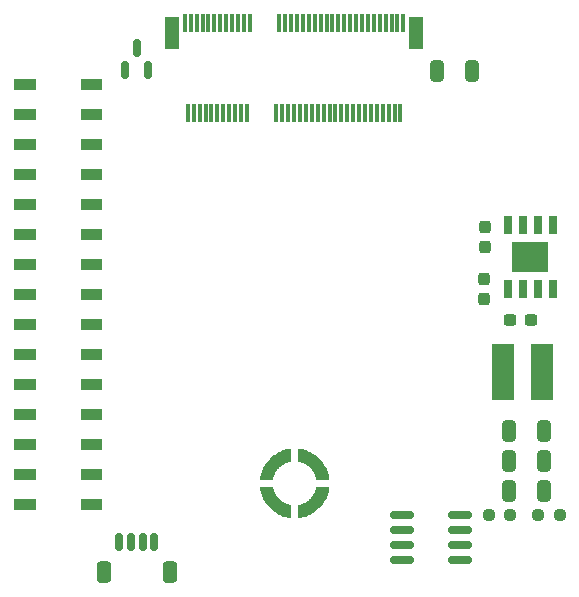
<source format=gbr>
%TF.GenerationSoftware,KiCad,Pcbnew,7.0.5-0*%
%TF.CreationDate,2023-07-13T17:44:08+01:00*%
%TF.ProjectId,M5-Notecard,4d352d4e-6f74-4656-9361-72642e6b6963,V01L04*%
%TF.SameCoordinates,Original*%
%TF.FileFunction,Paste,Top*%
%TF.FilePolarity,Positive*%
%FSLAX46Y46*%
G04 Gerber Fmt 4.6, Leading zero omitted, Abs format (unit mm)*
G04 Created by KiCad (PCBNEW 7.0.5-0) date 2023-07-13 17:44:08*
%MOMM*%
%LPD*%
G01*
G04 APERTURE LIST*
G04 Aperture macros list*
%AMRoundRect*
0 Rectangle with rounded corners*
0 $1 Rounding radius*
0 $2 $3 $4 $5 $6 $7 $8 $9 X,Y pos of 4 corners*
0 Add a 4 corners polygon primitive as box body*
4,1,4,$2,$3,$4,$5,$6,$7,$8,$9,$2,$3,0*
0 Add four circle primitives for the rounded corners*
1,1,$1+$1,$2,$3*
1,1,$1+$1,$4,$5*
1,1,$1+$1,$6,$7*
1,1,$1+$1,$8,$9*
0 Add four rect primitives between the rounded corners*
20,1,$1+$1,$2,$3,$4,$5,0*
20,1,$1+$1,$4,$5,$6,$7,0*
20,1,$1+$1,$6,$7,$8,$9,0*
20,1,$1+$1,$8,$9,$2,$3,0*%
G04 Aperture macros list end*
%ADD10C,0.100000*%
%ADD11C,0.010000*%
%ADD12RoundRect,0.237500X-0.300000X-0.237500X0.300000X-0.237500X0.300000X0.237500X-0.300000X0.237500X0*%
%ADD13RoundRect,0.150000X0.150000X0.625000X-0.150000X0.625000X-0.150000X-0.625000X0.150000X-0.625000X0*%
%ADD14RoundRect,0.250000X0.350000X0.650000X-0.350000X0.650000X-0.350000X-0.650000X0.350000X-0.650000X0*%
%ADD15RoundRect,0.250000X-0.325000X-0.650000X0.325000X-0.650000X0.325000X0.650000X-0.325000X0.650000X0*%
%ADD16RoundRect,0.237500X-0.250000X-0.237500X0.250000X-0.237500X0.250000X0.237500X-0.250000X0.237500X0*%
%ADD17RoundRect,0.237500X-0.237500X0.300000X-0.237500X-0.300000X0.237500X-0.300000X0.237500X0.300000X0*%
%ADD18RoundRect,0.237500X0.237500X-0.300000X0.237500X0.300000X-0.237500X0.300000X-0.237500X-0.300000X0*%
%ADD19R,0.300000X1.550000*%
%ADD20R,1.200000X2.750000*%
%ADD21R,1.850000X4.700000*%
%ADD22R,0.650000X1.525000*%
%ADD23R,3.100000X2.600000*%
%ADD24RoundRect,0.150000X-0.825000X-0.150000X0.825000X-0.150000X0.825000X0.150000X-0.825000X0.150000X0*%
%ADD25RoundRect,0.250000X0.325000X0.650000X-0.325000X0.650000X-0.325000X-0.650000X0.325000X-0.650000X0*%
%ADD26RoundRect,0.150000X0.150000X-0.587500X0.150000X0.587500X-0.150000X0.587500X-0.150000X-0.587500X0*%
G04 APERTURE END LIST*
%TO.C,J1*%
D10*
X-48524888Y-43224500D02*
X-50239388Y-43224500D01*
X-50239388Y-42335500D01*
X-48524888Y-42335500D01*
X-48524888Y-43224500D01*
G36*
X-48524888Y-43224500D02*
G01*
X-50239388Y-43224500D01*
X-50239388Y-42335500D01*
X-48524888Y-42335500D01*
X-48524888Y-43224500D01*
G37*
X-48524888Y-40684500D02*
X-50239388Y-40684500D01*
X-50239388Y-39795500D01*
X-48524888Y-39795500D01*
X-48524888Y-40684500D01*
G36*
X-48524888Y-40684500D02*
G01*
X-50239388Y-40684500D01*
X-50239388Y-39795500D01*
X-48524888Y-39795500D01*
X-48524888Y-40684500D01*
G37*
X-48524888Y-38144500D02*
X-50239388Y-38144500D01*
X-50239388Y-37255500D01*
X-48524888Y-37255500D01*
X-48524888Y-38144500D01*
G36*
X-48524888Y-38144500D02*
G01*
X-50239388Y-38144500D01*
X-50239388Y-37255500D01*
X-48524888Y-37255500D01*
X-48524888Y-38144500D01*
G37*
X-48524888Y-35604500D02*
X-50239388Y-35604500D01*
X-50239388Y-34715500D01*
X-48524888Y-34715500D01*
X-48524888Y-35604500D01*
G36*
X-48524888Y-35604500D02*
G01*
X-50239388Y-35604500D01*
X-50239388Y-34715500D01*
X-48524888Y-34715500D01*
X-48524888Y-35604500D01*
G37*
X-48524888Y-33064500D02*
X-50239388Y-33064500D01*
X-50239388Y-32175500D01*
X-48524888Y-32175500D01*
X-48524888Y-33064500D01*
G36*
X-48524888Y-33064500D02*
G01*
X-50239388Y-33064500D01*
X-50239388Y-32175500D01*
X-48524888Y-32175500D01*
X-48524888Y-33064500D01*
G37*
X-48524888Y-30524500D02*
X-50239388Y-30524500D01*
X-50239388Y-29635500D01*
X-48524888Y-29635500D01*
X-48524888Y-30524500D01*
G36*
X-48524888Y-30524500D02*
G01*
X-50239388Y-30524500D01*
X-50239388Y-29635500D01*
X-48524888Y-29635500D01*
X-48524888Y-30524500D01*
G37*
X-48524888Y-27984500D02*
X-50239388Y-27984500D01*
X-50239388Y-27095500D01*
X-48524888Y-27095500D01*
X-48524888Y-27984500D01*
G36*
X-48524888Y-27984500D02*
G01*
X-50239388Y-27984500D01*
X-50239388Y-27095500D01*
X-48524888Y-27095500D01*
X-48524888Y-27984500D01*
G37*
X-48524888Y-25444500D02*
X-50239388Y-25444500D01*
X-50239388Y-24555500D01*
X-48524888Y-24555500D01*
X-48524888Y-25444500D01*
G36*
X-48524888Y-25444500D02*
G01*
X-50239388Y-25444500D01*
X-50239388Y-24555500D01*
X-48524888Y-24555500D01*
X-48524888Y-25444500D01*
G37*
X-48524888Y-22904500D02*
X-50239388Y-22904500D01*
X-50239388Y-22015500D01*
X-48524888Y-22015500D01*
X-48524888Y-22904500D01*
G36*
X-48524888Y-22904500D02*
G01*
X-50239388Y-22904500D01*
X-50239388Y-22015500D01*
X-48524888Y-22015500D01*
X-48524888Y-22904500D01*
G37*
X-48524888Y-20364500D02*
X-50239388Y-20364500D01*
X-50239388Y-19475500D01*
X-48524888Y-19475500D01*
X-48524888Y-20364500D01*
G36*
X-48524888Y-20364500D02*
G01*
X-50239388Y-20364500D01*
X-50239388Y-19475500D01*
X-48524888Y-19475500D01*
X-48524888Y-20364500D01*
G37*
X-48524888Y-17824500D02*
X-50239388Y-17824500D01*
X-50239388Y-16935500D01*
X-48524888Y-16935500D01*
X-48524888Y-17824500D01*
G36*
X-48524888Y-17824500D02*
G01*
X-50239388Y-17824500D01*
X-50239388Y-16935500D01*
X-48524888Y-16935500D01*
X-48524888Y-17824500D01*
G37*
X-48524888Y-15284500D02*
X-50239388Y-15284500D01*
X-50239388Y-14395500D01*
X-48524888Y-14395500D01*
X-48524888Y-15284500D01*
G36*
X-48524888Y-15284500D02*
G01*
X-50239388Y-15284500D01*
X-50239388Y-14395500D01*
X-48524888Y-14395500D01*
X-48524888Y-15284500D01*
G37*
X-48524888Y-12744500D02*
X-50239388Y-12744500D01*
X-50239388Y-11855500D01*
X-48524888Y-11855500D01*
X-48524888Y-12744500D01*
G36*
X-48524888Y-12744500D02*
G01*
X-50239388Y-12744500D01*
X-50239388Y-11855500D01*
X-48524888Y-11855500D01*
X-48524888Y-12744500D01*
G37*
X-48524888Y-10204500D02*
X-50239388Y-10204500D01*
X-50239388Y-9315500D01*
X-48524888Y-9315500D01*
X-48524888Y-10204500D01*
G36*
X-48524888Y-10204500D02*
G01*
X-50239388Y-10204500D01*
X-50239388Y-9315500D01*
X-48524888Y-9315500D01*
X-48524888Y-10204500D01*
G37*
X-48524888Y-7664500D02*
X-50239388Y-7664500D01*
X-50239388Y-6775500D01*
X-48524888Y-6775500D01*
X-48524888Y-7664500D01*
G36*
X-48524888Y-7664500D02*
G01*
X-50239388Y-7664500D01*
X-50239388Y-6775500D01*
X-48524888Y-6775500D01*
X-48524888Y-7664500D01*
G37*
X-54176388Y-43224500D02*
X-55890888Y-43224500D01*
X-55890888Y-42335500D01*
X-54176388Y-42335500D01*
X-54176388Y-43224500D01*
G36*
X-54176388Y-43224500D02*
G01*
X-55890888Y-43224500D01*
X-55890888Y-42335500D01*
X-54176388Y-42335500D01*
X-54176388Y-43224500D01*
G37*
X-54176388Y-40684500D02*
X-55890888Y-40684500D01*
X-55890888Y-39795500D01*
X-54176388Y-39795500D01*
X-54176388Y-40684500D01*
G36*
X-54176388Y-40684500D02*
G01*
X-55890888Y-40684500D01*
X-55890888Y-39795500D01*
X-54176388Y-39795500D01*
X-54176388Y-40684500D01*
G37*
X-54176388Y-38144500D02*
X-55890888Y-38144500D01*
X-55890888Y-37255500D01*
X-54176388Y-37255500D01*
X-54176388Y-38144500D01*
G36*
X-54176388Y-38144500D02*
G01*
X-55890888Y-38144500D01*
X-55890888Y-37255500D01*
X-54176388Y-37255500D01*
X-54176388Y-38144500D01*
G37*
X-54176388Y-35604500D02*
X-55890888Y-35604500D01*
X-55890888Y-34715500D01*
X-54176388Y-34715500D01*
X-54176388Y-35604500D01*
G36*
X-54176388Y-35604500D02*
G01*
X-55890888Y-35604500D01*
X-55890888Y-34715500D01*
X-54176388Y-34715500D01*
X-54176388Y-35604500D01*
G37*
X-54176388Y-33064500D02*
X-55890888Y-33064500D01*
X-55890888Y-32175500D01*
X-54176388Y-32175500D01*
X-54176388Y-33064500D01*
G36*
X-54176388Y-33064500D02*
G01*
X-55890888Y-33064500D01*
X-55890888Y-32175500D01*
X-54176388Y-32175500D01*
X-54176388Y-33064500D01*
G37*
X-54176388Y-30524500D02*
X-55890888Y-30524500D01*
X-55890888Y-29635500D01*
X-54176388Y-29635500D01*
X-54176388Y-30524500D01*
G36*
X-54176388Y-30524500D02*
G01*
X-55890888Y-30524500D01*
X-55890888Y-29635500D01*
X-54176388Y-29635500D01*
X-54176388Y-30524500D01*
G37*
X-54176388Y-27984500D02*
X-55890888Y-27984500D01*
X-55890888Y-27095500D01*
X-54176388Y-27095500D01*
X-54176388Y-27984500D01*
G36*
X-54176388Y-27984500D02*
G01*
X-55890888Y-27984500D01*
X-55890888Y-27095500D01*
X-54176388Y-27095500D01*
X-54176388Y-27984500D01*
G37*
X-54176388Y-25444500D02*
X-55890888Y-25444500D01*
X-55890888Y-24555500D01*
X-54176388Y-24555500D01*
X-54176388Y-25444500D01*
G36*
X-54176388Y-25444500D02*
G01*
X-55890888Y-25444500D01*
X-55890888Y-24555500D01*
X-54176388Y-24555500D01*
X-54176388Y-25444500D01*
G37*
X-54176388Y-22904500D02*
X-55890888Y-22904500D01*
X-55890888Y-22015500D01*
X-54176388Y-22015500D01*
X-54176388Y-22904500D01*
G36*
X-54176388Y-22904500D02*
G01*
X-55890888Y-22904500D01*
X-55890888Y-22015500D01*
X-54176388Y-22015500D01*
X-54176388Y-22904500D01*
G37*
X-54176388Y-20364500D02*
X-55890888Y-20364500D01*
X-55890888Y-19475500D01*
X-54176388Y-19475500D01*
X-54176388Y-20364500D01*
G36*
X-54176388Y-20364500D02*
G01*
X-55890888Y-20364500D01*
X-55890888Y-19475500D01*
X-54176388Y-19475500D01*
X-54176388Y-20364500D01*
G37*
X-54176388Y-17824500D02*
X-55890888Y-17824500D01*
X-55890888Y-16935500D01*
X-54176388Y-16935500D01*
X-54176388Y-17824500D01*
G36*
X-54176388Y-17824500D02*
G01*
X-55890888Y-17824500D01*
X-55890888Y-16935500D01*
X-54176388Y-16935500D01*
X-54176388Y-17824500D01*
G37*
X-54176388Y-15284500D02*
X-55890888Y-15284500D01*
X-55890888Y-14395500D01*
X-54176388Y-14395500D01*
X-54176388Y-15284500D01*
G36*
X-54176388Y-15284500D02*
G01*
X-55890888Y-15284500D01*
X-55890888Y-14395500D01*
X-54176388Y-14395500D01*
X-54176388Y-15284500D01*
G37*
X-54176388Y-12744500D02*
X-55890888Y-12744500D01*
X-55890888Y-11855500D01*
X-54176388Y-11855500D01*
X-54176388Y-12744500D01*
G36*
X-54176388Y-12744500D02*
G01*
X-55890888Y-12744500D01*
X-55890888Y-11855500D01*
X-54176388Y-11855500D01*
X-54176388Y-12744500D01*
G37*
X-54176388Y-10204500D02*
X-55890888Y-10204500D01*
X-55890888Y-9315500D01*
X-54176388Y-9315500D01*
X-54176388Y-10204500D01*
G36*
X-54176388Y-10204500D02*
G01*
X-55890888Y-10204500D01*
X-55890888Y-9315500D01*
X-54176388Y-9315500D01*
X-54176388Y-10204500D01*
G37*
X-54176388Y-7664500D02*
X-55890888Y-7664500D01*
X-55890888Y-6775500D01*
X-54176388Y-6775500D01*
X-54176388Y-7664500D01*
G36*
X-54176388Y-7664500D02*
G01*
X-55890888Y-7664500D01*
X-55890888Y-6775500D01*
X-54176388Y-6775500D01*
X-54176388Y-7664500D01*
G37*
%TO.C,MP1*%
D11*
X-32532888Y-39128000D02*
X-32608888Y-39143000D01*
X-32684888Y-39161000D01*
X-32758888Y-39182000D01*
X-32832888Y-39207000D01*
X-32905888Y-39234000D01*
X-32977888Y-39264000D01*
X-33047888Y-39297000D01*
X-33116888Y-39333000D01*
X-33183888Y-39372000D01*
X-33249888Y-39413000D01*
X-33313888Y-39457000D01*
X-33375888Y-39503000D01*
X-33435888Y-39553000D01*
X-33494888Y-39604000D01*
X-33550888Y-39658000D01*
X-33604888Y-39714000D01*
X-33655888Y-39772000D01*
X-33704888Y-39832000D01*
X-33751888Y-39894000D01*
X-33795888Y-39958000D01*
X-33836888Y-40024000D01*
X-33875888Y-40092000D01*
X-33911888Y-40161000D01*
X-33944888Y-40231000D01*
X-33974888Y-40302000D01*
X-34001888Y-40375000D01*
X-34025888Y-40449000D01*
X-34046888Y-40524000D01*
X-34064888Y-40599000D01*
X-34080888Y-40675000D01*
X-35108888Y-40675000D01*
X-35094888Y-40561000D01*
X-35071888Y-40431000D01*
X-35042888Y-40302000D01*
X-35008888Y-40174000D01*
X-34967888Y-40048000D01*
X-34922888Y-39924000D01*
X-34870888Y-39802000D01*
X-34813888Y-39682000D01*
X-34751888Y-39566000D01*
X-34683888Y-39452000D01*
X-34610888Y-39341000D01*
X-34533888Y-39234000D01*
X-34450888Y-39130000D01*
X-34363888Y-39031000D01*
X-34272888Y-38935000D01*
X-34176888Y-38844000D01*
X-34077888Y-38757000D01*
X-33973888Y-38674000D01*
X-33866888Y-38597000D01*
X-33755888Y-38524000D01*
X-33641888Y-38456000D01*
X-33525888Y-38394000D01*
X-33405888Y-38337000D01*
X-33283888Y-38285000D01*
X-33159888Y-38240000D01*
X-33033888Y-38199000D01*
X-32905888Y-38165000D01*
X-32776888Y-38136000D01*
X-32646888Y-38113000D01*
X-32532888Y-38099000D01*
X-32532888Y-39128000D01*
G36*
X-32532888Y-39128000D02*
G01*
X-32608888Y-39143000D01*
X-32684888Y-39161000D01*
X-32758888Y-39182000D01*
X-32832888Y-39207000D01*
X-32905888Y-39234000D01*
X-32977888Y-39264000D01*
X-33047888Y-39297000D01*
X-33116888Y-39333000D01*
X-33183888Y-39372000D01*
X-33249888Y-39413000D01*
X-33313888Y-39457000D01*
X-33375888Y-39503000D01*
X-33435888Y-39553000D01*
X-33494888Y-39604000D01*
X-33550888Y-39658000D01*
X-33604888Y-39714000D01*
X-33655888Y-39772000D01*
X-33704888Y-39832000D01*
X-33751888Y-39894000D01*
X-33795888Y-39958000D01*
X-33836888Y-40024000D01*
X-33875888Y-40092000D01*
X-33911888Y-40161000D01*
X-33944888Y-40231000D01*
X-33974888Y-40302000D01*
X-34001888Y-40375000D01*
X-34025888Y-40449000D01*
X-34046888Y-40524000D01*
X-34064888Y-40599000D01*
X-34080888Y-40675000D01*
X-35108888Y-40675000D01*
X-35094888Y-40561000D01*
X-35071888Y-40431000D01*
X-35042888Y-40302000D01*
X-35008888Y-40174000D01*
X-34967888Y-40048000D01*
X-34922888Y-39924000D01*
X-34870888Y-39802000D01*
X-34813888Y-39682000D01*
X-34751888Y-39566000D01*
X-34683888Y-39452000D01*
X-34610888Y-39341000D01*
X-34533888Y-39234000D01*
X-34450888Y-39130000D01*
X-34363888Y-39031000D01*
X-34272888Y-38935000D01*
X-34176888Y-38844000D01*
X-34077888Y-38757000D01*
X-33973888Y-38674000D01*
X-33866888Y-38597000D01*
X-33755888Y-38524000D01*
X-33641888Y-38456000D01*
X-33525888Y-38394000D01*
X-33405888Y-38337000D01*
X-33283888Y-38285000D01*
X-33159888Y-38240000D01*
X-33033888Y-38199000D01*
X-32905888Y-38165000D01*
X-32776888Y-38136000D01*
X-32646888Y-38113000D01*
X-32532888Y-38099000D01*
X-32532888Y-39128000D01*
G37*
X-34064888Y-41401000D02*
X-34046888Y-41477000D01*
X-34025888Y-41551000D01*
X-34000888Y-41625000D01*
X-33973888Y-41698000D01*
X-33943888Y-41770000D01*
X-33910888Y-41840000D01*
X-33874888Y-41909000D01*
X-33835888Y-41976000D01*
X-33794888Y-42042000D01*
X-33750888Y-42106000D01*
X-33704888Y-42168000D01*
X-33654888Y-42228000D01*
X-33603888Y-42287000D01*
X-33549888Y-42343000D01*
X-33493888Y-42397000D01*
X-33435888Y-42448000D01*
X-33375888Y-42497000D01*
X-33313888Y-42544000D01*
X-33249888Y-42588000D01*
X-33183888Y-42629000D01*
X-33115888Y-42668000D01*
X-33046888Y-42704000D01*
X-32976888Y-42737000D01*
X-32905888Y-42767000D01*
X-32832888Y-42794000D01*
X-32758888Y-42818000D01*
X-32683888Y-42839000D01*
X-32608888Y-42857000D01*
X-32532888Y-42873000D01*
X-32532888Y-43901000D01*
X-32646888Y-43887000D01*
X-32776888Y-43864000D01*
X-32905888Y-43835000D01*
X-33033888Y-43801000D01*
X-33159888Y-43760000D01*
X-33283888Y-43715000D01*
X-33405888Y-43663000D01*
X-33525888Y-43606000D01*
X-33641888Y-43544000D01*
X-33755888Y-43476000D01*
X-33866888Y-43403000D01*
X-33973888Y-43326000D01*
X-34077888Y-43243000D01*
X-34176888Y-43156000D01*
X-34272888Y-43065000D01*
X-34363888Y-42969000D01*
X-34450888Y-42870000D01*
X-34533888Y-42766000D01*
X-34610888Y-42659000D01*
X-34683888Y-42548000D01*
X-34751888Y-42434000D01*
X-34813888Y-42318000D01*
X-34870888Y-42198000D01*
X-34922888Y-42076000D01*
X-34967888Y-41952000D01*
X-35008888Y-41826000D01*
X-35042888Y-41698000D01*
X-35071888Y-41569000D01*
X-35094888Y-41439000D01*
X-35108888Y-41325000D01*
X-34079888Y-41325000D01*
X-34064888Y-41401000D01*
G36*
X-34064888Y-41401000D02*
G01*
X-34046888Y-41477000D01*
X-34025888Y-41551000D01*
X-34000888Y-41625000D01*
X-33973888Y-41698000D01*
X-33943888Y-41770000D01*
X-33910888Y-41840000D01*
X-33874888Y-41909000D01*
X-33835888Y-41976000D01*
X-33794888Y-42042000D01*
X-33750888Y-42106000D01*
X-33704888Y-42168000D01*
X-33654888Y-42228000D01*
X-33603888Y-42287000D01*
X-33549888Y-42343000D01*
X-33493888Y-42397000D01*
X-33435888Y-42448000D01*
X-33375888Y-42497000D01*
X-33313888Y-42544000D01*
X-33249888Y-42588000D01*
X-33183888Y-42629000D01*
X-33115888Y-42668000D01*
X-33046888Y-42704000D01*
X-32976888Y-42737000D01*
X-32905888Y-42767000D01*
X-32832888Y-42794000D01*
X-32758888Y-42818000D01*
X-32683888Y-42839000D01*
X-32608888Y-42857000D01*
X-32532888Y-42873000D01*
X-32532888Y-43901000D01*
X-32646888Y-43887000D01*
X-32776888Y-43864000D01*
X-32905888Y-43835000D01*
X-33033888Y-43801000D01*
X-33159888Y-43760000D01*
X-33283888Y-43715000D01*
X-33405888Y-43663000D01*
X-33525888Y-43606000D01*
X-33641888Y-43544000D01*
X-33755888Y-43476000D01*
X-33866888Y-43403000D01*
X-33973888Y-43326000D01*
X-34077888Y-43243000D01*
X-34176888Y-43156000D01*
X-34272888Y-43065000D01*
X-34363888Y-42969000D01*
X-34450888Y-42870000D01*
X-34533888Y-42766000D01*
X-34610888Y-42659000D01*
X-34683888Y-42548000D01*
X-34751888Y-42434000D01*
X-34813888Y-42318000D01*
X-34870888Y-42198000D01*
X-34922888Y-42076000D01*
X-34967888Y-41952000D01*
X-35008888Y-41826000D01*
X-35042888Y-41698000D01*
X-35071888Y-41569000D01*
X-35094888Y-41439000D01*
X-35108888Y-41325000D01*
X-34079888Y-41325000D01*
X-34064888Y-41401000D01*
G37*
X-31768888Y-38113000D02*
X-31638888Y-38136000D01*
X-31509888Y-38165000D01*
X-31381888Y-38199000D01*
X-31255888Y-38240000D01*
X-31131888Y-38285000D01*
X-31009888Y-38337000D01*
X-30889888Y-38394000D01*
X-30773888Y-38456000D01*
X-30659888Y-38524000D01*
X-30548888Y-38597000D01*
X-30441888Y-38674000D01*
X-30337888Y-38757000D01*
X-30238888Y-38844000D01*
X-30142888Y-38935000D01*
X-30051888Y-39031000D01*
X-29964888Y-39130000D01*
X-29881888Y-39234000D01*
X-29804888Y-39341000D01*
X-29731888Y-39452000D01*
X-29663888Y-39566000D01*
X-29601888Y-39682000D01*
X-29544888Y-39802000D01*
X-29492888Y-39924000D01*
X-29447888Y-40048000D01*
X-29406888Y-40174000D01*
X-29372888Y-40302000D01*
X-29343888Y-40431000D01*
X-29320888Y-40561000D01*
X-29306888Y-40675000D01*
X-30335888Y-40675000D01*
X-30350888Y-40599000D01*
X-30368888Y-40523000D01*
X-30389888Y-40449000D01*
X-30414888Y-40375000D01*
X-30441888Y-40302000D01*
X-30471888Y-40230000D01*
X-30504888Y-40160000D01*
X-30540888Y-40091000D01*
X-30579888Y-40024000D01*
X-30620888Y-39958000D01*
X-30664888Y-39894000D01*
X-30710888Y-39832000D01*
X-30760888Y-39772000D01*
X-30811888Y-39713000D01*
X-30865888Y-39657000D01*
X-30921888Y-39603000D01*
X-30979888Y-39552000D01*
X-31039888Y-39503000D01*
X-31101888Y-39456000D01*
X-31165888Y-39412000D01*
X-31231888Y-39371000D01*
X-31299888Y-39332000D01*
X-31368888Y-39296000D01*
X-31438888Y-39263000D01*
X-31509888Y-39233000D01*
X-31582888Y-39206000D01*
X-31656888Y-39182000D01*
X-31731888Y-39161000D01*
X-31806888Y-39143000D01*
X-31882888Y-39127000D01*
X-31882888Y-38099000D01*
X-31768888Y-38113000D01*
G36*
X-31768888Y-38113000D02*
G01*
X-31638888Y-38136000D01*
X-31509888Y-38165000D01*
X-31381888Y-38199000D01*
X-31255888Y-38240000D01*
X-31131888Y-38285000D01*
X-31009888Y-38337000D01*
X-30889888Y-38394000D01*
X-30773888Y-38456000D01*
X-30659888Y-38524000D01*
X-30548888Y-38597000D01*
X-30441888Y-38674000D01*
X-30337888Y-38757000D01*
X-30238888Y-38844000D01*
X-30142888Y-38935000D01*
X-30051888Y-39031000D01*
X-29964888Y-39130000D01*
X-29881888Y-39234000D01*
X-29804888Y-39341000D01*
X-29731888Y-39452000D01*
X-29663888Y-39566000D01*
X-29601888Y-39682000D01*
X-29544888Y-39802000D01*
X-29492888Y-39924000D01*
X-29447888Y-40048000D01*
X-29406888Y-40174000D01*
X-29372888Y-40302000D01*
X-29343888Y-40431000D01*
X-29320888Y-40561000D01*
X-29306888Y-40675000D01*
X-30335888Y-40675000D01*
X-30350888Y-40599000D01*
X-30368888Y-40523000D01*
X-30389888Y-40449000D01*
X-30414888Y-40375000D01*
X-30441888Y-40302000D01*
X-30471888Y-40230000D01*
X-30504888Y-40160000D01*
X-30540888Y-40091000D01*
X-30579888Y-40024000D01*
X-30620888Y-39958000D01*
X-30664888Y-39894000D01*
X-30710888Y-39832000D01*
X-30760888Y-39772000D01*
X-30811888Y-39713000D01*
X-30865888Y-39657000D01*
X-30921888Y-39603000D01*
X-30979888Y-39552000D01*
X-31039888Y-39503000D01*
X-31101888Y-39456000D01*
X-31165888Y-39412000D01*
X-31231888Y-39371000D01*
X-31299888Y-39332000D01*
X-31368888Y-39296000D01*
X-31438888Y-39263000D01*
X-31509888Y-39233000D01*
X-31582888Y-39206000D01*
X-31656888Y-39182000D01*
X-31731888Y-39161000D01*
X-31806888Y-39143000D01*
X-31882888Y-39127000D01*
X-31882888Y-38099000D01*
X-31768888Y-38113000D01*
G37*
X-29320888Y-41439000D02*
X-29343888Y-41569000D01*
X-29372888Y-41698000D01*
X-29406888Y-41826000D01*
X-29447888Y-41952000D01*
X-29492888Y-42076000D01*
X-29544888Y-42198000D01*
X-29601888Y-42318000D01*
X-29663888Y-42434000D01*
X-29731888Y-42548000D01*
X-29804888Y-42659000D01*
X-29881888Y-42766000D01*
X-29964888Y-42870000D01*
X-30051888Y-42969000D01*
X-30142888Y-43065000D01*
X-30238888Y-43156000D01*
X-30337888Y-43243000D01*
X-30441888Y-43326000D01*
X-30548888Y-43403000D01*
X-30659888Y-43476000D01*
X-30773888Y-43544000D01*
X-30889888Y-43606000D01*
X-31009888Y-43663000D01*
X-31131888Y-43715000D01*
X-31255888Y-43760000D01*
X-31381888Y-43801000D01*
X-31509888Y-43835000D01*
X-31638888Y-43864000D01*
X-31768888Y-43887000D01*
X-31882888Y-43901000D01*
X-31882888Y-42872000D01*
X-31806888Y-42857000D01*
X-31730888Y-42839000D01*
X-31656888Y-42818000D01*
X-31582888Y-42793000D01*
X-31509888Y-42766000D01*
X-31437888Y-42736000D01*
X-31367888Y-42703000D01*
X-31298888Y-42667000D01*
X-31231888Y-42628000D01*
X-31165888Y-42587000D01*
X-31101888Y-42543000D01*
X-31039888Y-42497000D01*
X-30979888Y-42447000D01*
X-30920888Y-42396000D01*
X-30864888Y-42342000D01*
X-30810888Y-42286000D01*
X-30759888Y-42228000D01*
X-30710888Y-42168000D01*
X-30663888Y-42106000D01*
X-30619888Y-42042000D01*
X-30578888Y-41976000D01*
X-30539888Y-41908000D01*
X-30503888Y-41839000D01*
X-30470888Y-41769000D01*
X-30440888Y-41698000D01*
X-30413888Y-41625000D01*
X-30389888Y-41551000D01*
X-30368888Y-41476000D01*
X-30350888Y-41401000D01*
X-30334888Y-41325000D01*
X-29306888Y-41325000D01*
X-29320888Y-41439000D01*
G36*
X-29320888Y-41439000D02*
G01*
X-29343888Y-41569000D01*
X-29372888Y-41698000D01*
X-29406888Y-41826000D01*
X-29447888Y-41952000D01*
X-29492888Y-42076000D01*
X-29544888Y-42198000D01*
X-29601888Y-42318000D01*
X-29663888Y-42434000D01*
X-29731888Y-42548000D01*
X-29804888Y-42659000D01*
X-29881888Y-42766000D01*
X-29964888Y-42870000D01*
X-30051888Y-42969000D01*
X-30142888Y-43065000D01*
X-30238888Y-43156000D01*
X-30337888Y-43243000D01*
X-30441888Y-43326000D01*
X-30548888Y-43403000D01*
X-30659888Y-43476000D01*
X-30773888Y-43544000D01*
X-30889888Y-43606000D01*
X-31009888Y-43663000D01*
X-31131888Y-43715000D01*
X-31255888Y-43760000D01*
X-31381888Y-43801000D01*
X-31509888Y-43835000D01*
X-31638888Y-43864000D01*
X-31768888Y-43887000D01*
X-31882888Y-43901000D01*
X-31882888Y-42872000D01*
X-31806888Y-42857000D01*
X-31730888Y-42839000D01*
X-31656888Y-42818000D01*
X-31582888Y-42793000D01*
X-31509888Y-42766000D01*
X-31437888Y-42736000D01*
X-31367888Y-42703000D01*
X-31298888Y-42667000D01*
X-31231888Y-42628000D01*
X-31165888Y-42587000D01*
X-31101888Y-42543000D01*
X-31039888Y-42497000D01*
X-30979888Y-42447000D01*
X-30920888Y-42396000D01*
X-30864888Y-42342000D01*
X-30810888Y-42286000D01*
X-30759888Y-42228000D01*
X-30710888Y-42168000D01*
X-30663888Y-42106000D01*
X-30619888Y-42042000D01*
X-30578888Y-41976000D01*
X-30539888Y-41908000D01*
X-30503888Y-41839000D01*
X-30470888Y-41769000D01*
X-30440888Y-41698000D01*
X-30413888Y-41625000D01*
X-30389888Y-41551000D01*
X-30368888Y-41476000D01*
X-30350888Y-41401000D01*
X-30334888Y-41325000D01*
X-29306888Y-41325000D01*
X-29320888Y-41439000D01*
G37*
%TD*%
D12*
%TO.C,C5*%
X-13896388Y-27178000D03*
X-12171388Y-27178000D03*
%TD*%
D13*
%TO.C,J3*%
X-44039888Y-46027000D03*
X-45039888Y-46027000D03*
X-46039888Y-46027000D03*
X-47039888Y-46027000D03*
D14*
X-42739888Y-48552000D03*
X-48339888Y-48552000D03*
%TD*%
D15*
%TO.C,C9*%
X-14000888Y-39116000D03*
X-11050888Y-39116000D03*
%TD*%
D16*
%TO.C,R5*%
X-15724388Y-43688000D03*
X-13899388Y-43688000D03*
%TD*%
D17*
%TO.C,C8*%
X-16107888Y-23737500D03*
X-16107888Y-25462500D03*
%TD*%
D18*
%TO.C,C10*%
X-16007888Y-21062500D03*
X-16007888Y-19337500D03*
%TD*%
D16*
%TO.C,R6*%
X-11556888Y-43688000D03*
X-9731888Y-43688000D03*
%TD*%
D19*
%TO.C,J2*%
X-41457888Y-2099100D03*
X-41207888Y-9649100D03*
X-40957888Y-2099100D03*
X-40707888Y-9649100D03*
X-40457888Y-2099100D03*
X-40207888Y-9649100D03*
X-39957888Y-2099100D03*
X-39707888Y-9649100D03*
X-39457888Y-2099100D03*
X-39207888Y-9649100D03*
X-38957888Y-2099100D03*
X-38707888Y-9649100D03*
X-38457888Y-2099100D03*
X-38207888Y-9649100D03*
X-37957888Y-2099100D03*
X-37707888Y-9649100D03*
X-37457888Y-2099100D03*
X-37207888Y-9649100D03*
X-36957888Y-2099100D03*
X-36707888Y-9649100D03*
X-36457888Y-2099100D03*
X-36207888Y-9649100D03*
X-35957888Y-2099100D03*
X-33707888Y-9649100D03*
X-33457888Y-2099100D03*
X-33207888Y-9649100D03*
X-32957888Y-2099100D03*
X-32707888Y-9649100D03*
X-32457888Y-2099100D03*
X-32207888Y-9649100D03*
X-31957888Y-2099100D03*
X-31707888Y-9649100D03*
X-31457888Y-2099100D03*
X-31207888Y-9649100D03*
X-30957888Y-2099100D03*
X-30707888Y-9649100D03*
X-30457888Y-2099100D03*
X-30207888Y-9649100D03*
X-29957888Y-2099100D03*
X-29707888Y-9649100D03*
X-29457888Y-2099100D03*
X-29207888Y-9649100D03*
X-28957888Y-2099100D03*
X-28707888Y-9649100D03*
X-28457888Y-2099100D03*
X-28207888Y-9649100D03*
X-27957888Y-2099100D03*
X-27707888Y-9649100D03*
X-27457888Y-2099100D03*
X-27207888Y-9649100D03*
X-26957888Y-2099100D03*
X-26707888Y-9649100D03*
X-26457888Y-2099100D03*
X-26207888Y-9649100D03*
X-25957888Y-2099100D03*
X-25707888Y-9649100D03*
X-25457888Y-2099100D03*
X-25207888Y-9649100D03*
X-24957888Y-2099100D03*
X-24707888Y-9649100D03*
X-24457888Y-2099100D03*
X-24207888Y-9649100D03*
X-23957888Y-2099100D03*
X-23707888Y-9649100D03*
X-23457888Y-2099100D03*
X-23207888Y-9649100D03*
X-22957888Y-2099100D03*
D20*
X-42557888Y-2874100D03*
X-21857888Y-2874100D03*
%TD*%
D15*
%TO.C,C1*%
X-14000888Y-41656000D03*
X-11050888Y-41656000D03*
%TD*%
D21*
%TO.C,L1*%
X-11207888Y-31600000D03*
X-14557888Y-31600000D03*
%TD*%
D22*
%TO.C,IC1*%
X-10307888Y-19176000D03*
X-11577888Y-19176000D03*
X-12847888Y-19176000D03*
X-14117888Y-19176000D03*
X-14117888Y-24600000D03*
X-12847888Y-24600000D03*
X-11577888Y-24600000D03*
X-10307888Y-24600000D03*
D23*
X-12212888Y-21888000D03*
%TD*%
D24*
%TO.C,U1*%
X-23082888Y-43695000D03*
X-23082888Y-44965000D03*
X-23082888Y-46235000D03*
X-23082888Y-47505000D03*
X-18132888Y-47505000D03*
X-18132888Y-46235000D03*
X-18132888Y-44965000D03*
X-18132888Y-43695000D03*
%TD*%
D25*
%TO.C,C7*%
X-17146888Y-6134000D03*
X-20096888Y-6134000D03*
%TD*%
D15*
%TO.C,C6*%
X-14000888Y-36576000D03*
X-11050888Y-36576000D03*
%TD*%
D26*
%TO.C,Q1*%
X-46495888Y-6017500D03*
X-44595888Y-6017500D03*
X-45545888Y-4142500D03*
%TD*%
M02*

</source>
